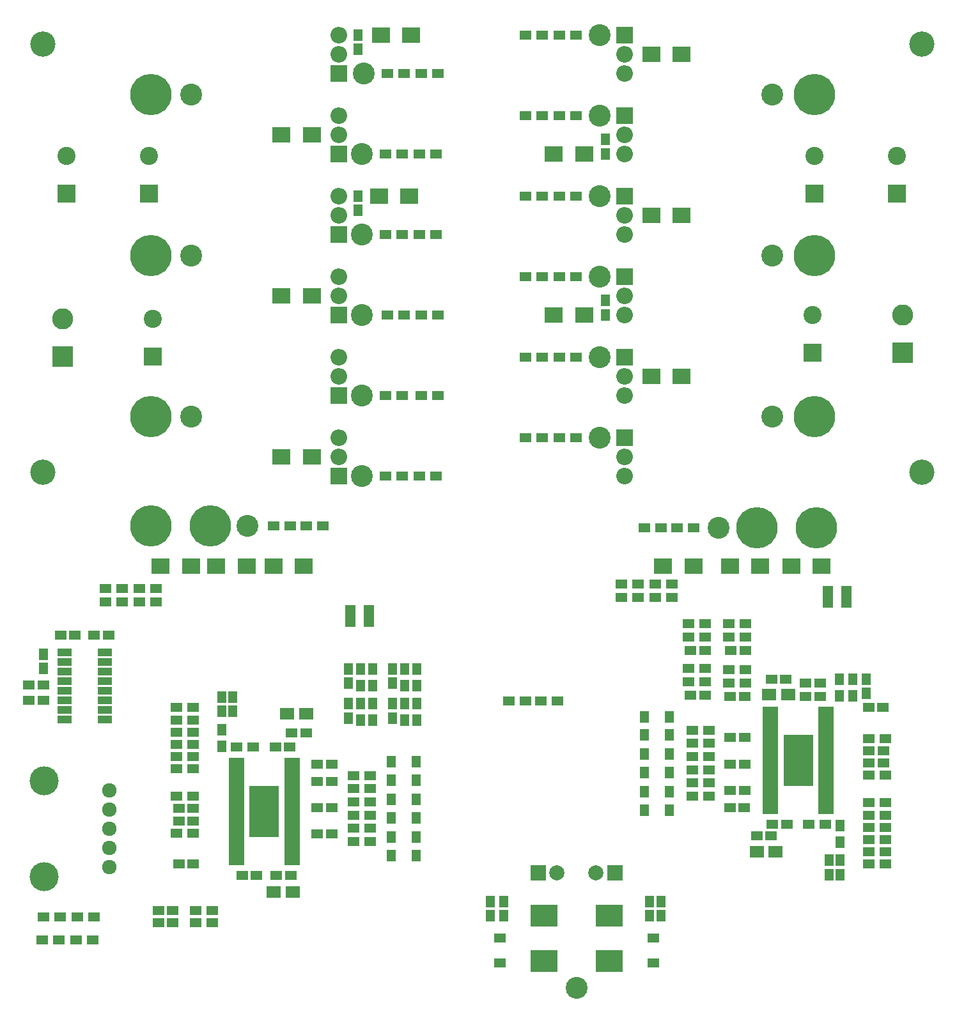
<source format=gbr>
G04 #@! TF.GenerationSoftware,KiCad,Pcbnew,(5.0.0)*
G04 #@! TF.CreationDate,2018-12-17T21:11:44-06:00*
G04 #@! TF.ProjectId,MotorController_Hardware,4D6F746F72436F6E74726F6C6C65725F,rev?*
G04 #@! TF.SameCoordinates,Original*
G04 #@! TF.FileFunction,Soldermask,Top*
G04 #@! TF.FilePolarity,Negative*
%FSLAX46Y46*%
G04 Gerber Fmt 4.6, Leading zero omitted, Abs format (unit mm)*
G04 Created by KiCad (PCBNEW (5.0.0)) date 12/17/18 21:11:44*
%MOMM*%
%LPD*%
G01*
G04 APERTURE LIST*
%ADD10R,1.900000X1.650000*%
%ADD11C,3.346400*%
%ADD12R,1.600000X1.150000*%
%ADD13C,2.800000*%
%ADD14R,2.800000X2.800000*%
%ADD15R,2.400000X2.100000*%
%ADD16R,2.400000X2.000000*%
%ADD17C,2.400000*%
%ADD18R,2.400000X2.400000*%
%ADD19R,1.600000X1.300000*%
%ADD20R,2.076400X0.704800*%
%ADD21R,4.010000X6.750000*%
%ADD22O,2.200000X2.200000*%
%ADD23R,2.200000X2.200000*%
%ADD24R,1.150000X1.600000*%
%ADD25C,1.924000*%
%ADD26C,3.850000*%
%ADD27C,5.480000*%
%ADD28R,1.300000X1.600000*%
%ADD29R,1.400000X1.100000*%
%ADD30R,1.900000X1.000000*%
%ADD31R,3.651200X2.889200*%
%ADD32C,2.000000*%
%ADD33R,2.000000X2.000000*%
%ADD34C,2.899360*%
G04 APERTURE END LIST*
D10*
G04 #@! TO.C,C51*
X153252300Y-47752000D03*
X150752300Y-47752000D03*
G04 #@! TD*
G04 #@! TO.C,C55*
X151598000Y-68580000D03*
X149098000Y-68580000D03*
G04 #@! TD*
G04 #@! TO.C,C2*
X86908000Y-50292000D03*
X89408000Y-50292000D03*
G04 #@! TD*
G04 #@! TO.C,C8*
X85130000Y-73914000D03*
X87630000Y-73914000D03*
G04 #@! TD*
D11*
G04 #@! TO.C,REF\002A\002A*
X54559200Y-18288000D03*
G04 #@! TD*
D12*
G04 #@! TO.C,C76*
X140340000Y-41910000D03*
X142240000Y-41910000D03*
G04 #@! TD*
D13*
G04 #@! TO.C,C45*
X168402000Y2540000D03*
D14*
X168402000Y-2460000D03*
G04 #@! TD*
D15*
G04 #@! TO.C,R14*
X70168000Y-30734000D03*
X74168000Y-30734000D03*
G04 #@! TD*
G04 #@! TO.C,R78*
X157670000Y-30734000D03*
X153670000Y-30734000D03*
G04 #@! TD*
D11*
G04 #@! TO.C,REF\002A\002A*
X54559200Y38404800D03*
G04 #@! TD*
D16*
G04 #@! TO.C,C30*
X86170000Y-16256000D03*
X90170000Y-16256000D03*
G04 #@! TD*
D17*
G04 #@! TO.C,C38*
X68580000Y23622000D03*
D18*
X68580000Y18622000D03*
G04 #@! TD*
G04 #@! TO.C,C37*
X57658000Y18622000D03*
D17*
X57658000Y23622000D03*
G04 #@! TD*
D19*
G04 #@! TO.C,R44*
X163972600Y-53609300D03*
X166172600Y-53609300D03*
G04 #@! TD*
G04 #@! TO.C,R53*
X142797600Y-55984300D03*
X140597600Y-55984300D03*
G04 #@! TD*
G04 #@! TO.C,R79*
X147574000Y-44450000D03*
X145374000Y-44450000D03*
G04 #@! TD*
G04 #@! TO.C,R4*
X72300000Y-51125000D03*
X74500000Y-51125000D03*
G04 #@! TD*
G04 #@! TO.C,R5*
X74500000Y-49500000D03*
X72300000Y-49500000D03*
G04 #@! TD*
G04 #@! TO.C,R19*
X74500000Y-57625000D03*
X72300000Y-57625000D03*
G04 #@! TD*
G04 #@! TO.C,R2*
X72300000Y-54375000D03*
X74500000Y-54375000D03*
G04 #@! TD*
G04 #@! TO.C,R1*
X72300000Y-56000000D03*
X74500000Y-56000000D03*
G04 #@! TD*
G04 #@! TO.C,R3*
X72300000Y-52750000D03*
X74500000Y-52750000D03*
G04 #@! TD*
D20*
G04 #@! TO.C,U1*
X80204700Y-56500014D03*
X80204700Y-57000012D03*
X80204700Y-57500012D03*
X80204700Y-58000010D03*
X80204700Y-58500010D03*
X80204700Y-59000009D03*
X80204700Y-59500008D03*
X80204700Y-60000006D03*
X80204700Y-60500006D03*
X80204700Y-61000004D03*
X80204700Y-61500004D03*
X80204700Y-62000003D03*
X80204700Y-62500002D03*
X80204700Y-63000000D03*
X80204700Y-63500000D03*
X80204700Y-63999998D03*
X80204700Y-64499997D03*
X80204700Y-64999996D03*
X80204700Y-65499996D03*
X80204700Y-65999994D03*
X80204700Y-66499994D03*
X80204700Y-66999992D03*
X80204700Y-67499991D03*
X80204700Y-67999990D03*
X80204700Y-68499990D03*
X80204700Y-68999988D03*
X80204700Y-69499988D03*
X80204700Y-69999986D03*
X87545300Y-69999986D03*
X87545300Y-69499988D03*
X87545300Y-68999988D03*
X87545300Y-68499990D03*
X87545300Y-67999990D03*
X87545300Y-67499991D03*
X87545300Y-66999992D03*
X87545300Y-66499994D03*
X87545300Y-65999994D03*
X87545300Y-65499996D03*
X87545300Y-64999996D03*
X87545300Y-64499997D03*
X87545300Y-63999998D03*
X87545300Y-63500000D03*
X87545300Y-63000000D03*
X87545300Y-62500002D03*
X87545300Y-62000003D03*
X87545300Y-61500004D03*
X87545300Y-61000004D03*
X87545300Y-60500006D03*
X87545300Y-60000006D03*
X87545300Y-59500008D03*
X87545300Y-59000009D03*
X87545300Y-58500010D03*
X87545300Y-58000010D03*
X87545300Y-57500012D03*
X87545300Y-57000012D03*
X87545300Y-56500014D03*
D21*
X83875000Y-63250000D03*
G04 #@! TD*
D22*
G04 #@! TO.C,Q6*
X93726000Y7620000D03*
X93726000Y5080000D03*
D23*
X93726000Y2540000D03*
G04 #@! TD*
G04 #@! TO.C,Q14*
X131572000Y18288000D03*
D22*
X131572000Y15748000D03*
X131572000Y13208000D03*
G04 #@! TD*
D23*
G04 #@! TO.C,Q7*
X93726000Y13208000D03*
D22*
X93726000Y15748000D03*
X93726000Y18288000D03*
G04 #@! TD*
G04 #@! TO.C,Q8*
X93726000Y-13716000D03*
X93726000Y-16256000D03*
D23*
X93726000Y-18796000D03*
G04 #@! TD*
D22*
G04 #@! TO.C,Q12*
X131572000Y34544000D03*
X131572000Y37084000D03*
D23*
X131572000Y39624000D03*
G04 #@! TD*
G04 #@! TO.C,Q9*
X93726000Y-8128000D03*
D22*
X93726000Y-5588000D03*
X93726000Y-3048000D03*
G04 #@! TD*
G04 #@! TO.C,Q5*
X93726000Y39624000D03*
X93726000Y37084000D03*
D23*
X93726000Y34544000D03*
G04 #@! TD*
G04 #@! TO.C,Q4*
X93726000Y23876000D03*
D22*
X93726000Y26416000D03*
X93726000Y28956000D03*
G04 #@! TD*
G04 #@! TO.C,Q13*
X131572000Y23876000D03*
X131572000Y26416000D03*
D23*
X131572000Y28956000D03*
G04 #@! TD*
G04 #@! TO.C,Q15*
X131572000Y7620000D03*
D22*
X131572000Y5080000D03*
X131572000Y2540000D03*
G04 #@! TD*
G04 #@! TO.C,Q16*
X131572000Y-8128000D03*
X131572000Y-5588000D03*
D23*
X131572000Y-3048000D03*
G04 #@! TD*
G04 #@! TO.C,Q17*
X131572000Y-13716000D03*
D22*
X131572000Y-16256000D03*
X131572000Y-18796000D03*
G04 #@! TD*
D17*
G04 #@! TO.C,C36*
X69088000Y2032000D03*
D18*
X69088000Y-2968000D03*
G04 #@! TD*
G04 #@! TO.C,C5*
X156718000Y18622000D03*
D17*
X156718000Y23622000D03*
G04 #@! TD*
D18*
G04 #@! TO.C,C39*
X156464000Y-2460000D03*
D17*
X156464000Y2540000D03*
G04 #@! TD*
G04 #@! TO.C,C7*
X167640000Y23622000D03*
D18*
X167640000Y18622000D03*
G04 #@! TD*
D24*
G04 #@! TO.C,C1*
X113792000Y-77084000D03*
X113792000Y-75184000D03*
G04 #@! TD*
G04 #@! TO.C,C3*
X115570000Y-77084000D03*
X115570000Y-75184000D03*
G04 #@! TD*
D12*
G04 #@! TO.C,C4*
X89408000Y-52832000D03*
X87508000Y-52832000D03*
G04 #@! TD*
D13*
G04 #@! TO.C,C9*
X57150000Y2032000D03*
D14*
X57150000Y-2968000D03*
G04 #@! TD*
D12*
G04 #@! TO.C,C10*
X87375000Y-71750000D03*
X85475000Y-71750000D03*
G04 #@! TD*
G04 #@! TO.C,C12*
X69850000Y-78000000D03*
X71750000Y-78000000D03*
G04 #@! TD*
G04 #@! TO.C,C13*
X90925000Y-57000000D03*
X92825000Y-57000000D03*
G04 #@! TD*
G04 #@! TO.C,C14*
X71750000Y-76375000D03*
X69850000Y-76375000D03*
G04 #@! TD*
G04 #@! TO.C,C17*
X72600000Y-64500000D03*
X74500000Y-64500000D03*
G04 #@! TD*
G04 #@! TO.C,C18*
X90925000Y-59250000D03*
X92825000Y-59250000D03*
G04 #@! TD*
G04 #@! TO.C,C19*
X92825000Y-62750000D03*
X90925000Y-62750000D03*
G04 #@! TD*
G04 #@! TO.C,C20*
X90925000Y-66250000D03*
X92825000Y-66250000D03*
G04 #@! TD*
D24*
G04 #@! TO.C,C21*
X100875000Y-46275000D03*
X100875000Y-44375000D03*
G04 #@! TD*
D12*
G04 #@! TO.C,C22*
X87250000Y-54750000D03*
X85350000Y-54750000D03*
G04 #@! TD*
D24*
G04 #@! TO.C,C23*
X79750000Y-48100000D03*
X79750000Y-50000000D03*
G04 #@! TD*
G04 #@! TO.C,C24*
X78250000Y-48100000D03*
X78250000Y-50000000D03*
G04 #@! TD*
D12*
G04 #@! TO.C,C25*
X74500000Y-62875000D03*
X72600000Y-62875000D03*
G04 #@! TD*
G04 #@! TO.C,C26*
X74500000Y-70250000D03*
X72600000Y-70250000D03*
G04 #@! TD*
G04 #@! TO.C,C27*
X80975000Y-71750000D03*
X82875000Y-71750000D03*
G04 #@! TD*
D24*
G04 #@! TO.C,C28*
X96332000Y39624000D03*
X96332000Y37724000D03*
G04 #@! TD*
G04 #@! TO.C,C29*
X96266000Y18288000D03*
X96266000Y16388000D03*
G04 #@! TD*
G04 #@! TO.C,C33*
X100875000Y-50900000D03*
X100875000Y-49000000D03*
G04 #@! TD*
G04 #@! TO.C,C34*
X95000000Y-44375000D03*
X95000000Y-46275000D03*
G04 #@! TD*
G04 #@! TO.C,C35*
X95000000Y-49000000D03*
X95000000Y-50900000D03*
G04 #@! TD*
D12*
G04 #@! TO.C,C40*
X56896000Y-39878000D03*
X58796000Y-39878000D03*
G04 #@! TD*
G04 #@! TO.C,C41*
X54610000Y-48514000D03*
X52710000Y-48514000D03*
G04 #@! TD*
G04 #@! TO.C,C42*
X63246000Y-39878000D03*
X61346000Y-39878000D03*
G04 #@! TD*
G04 #@! TO.C,C43*
X54610000Y-46482000D03*
X52710000Y-46482000D03*
G04 #@! TD*
D24*
G04 #@! TO.C,C44*
X54610000Y-44318000D03*
X54610000Y-42418000D03*
G04 #@! TD*
D12*
G04 #@! TO.C,C49*
X145608000Y-48006000D03*
X147508000Y-48006000D03*
G04 #@! TD*
D24*
G04 #@! TO.C,C50*
X134874000Y-75184000D03*
X134874000Y-77084000D03*
G04 #@! TD*
G04 #@! TO.C,C52*
X136398000Y-75184000D03*
X136398000Y-77084000D03*
G04 #@! TD*
D12*
G04 #@! TO.C,C53*
X151052300Y-45720000D03*
X152952300Y-45720000D03*
G04 #@! TD*
G04 #@! TO.C,C56*
X149097600Y-66484300D03*
X150997600Y-66484300D03*
G04 #@! TD*
G04 #@! TO.C,C57*
X157500000Y-46250000D03*
X155600000Y-46250000D03*
G04 #@! TD*
G04 #@! TO.C,C58*
X145572600Y-62734300D03*
X147472600Y-62734300D03*
G04 #@! TD*
D24*
G04 #@! TO.C,C59*
X163576000Y-47620000D03*
X163576000Y-45720000D03*
G04 #@! TD*
D12*
G04 #@! TO.C,C60*
X165872600Y-55234300D03*
X163972600Y-55234300D03*
G04 #@! TD*
G04 #@! TO.C,C61*
X147497600Y-60484300D03*
X145597600Y-60484300D03*
G04 #@! TD*
G04 #@! TO.C,C62*
X145597600Y-56984300D03*
X147497600Y-56984300D03*
G04 #@! TD*
G04 #@! TO.C,C63*
X147502300Y-53484286D03*
X145602300Y-53484286D03*
G04 #@! TD*
G04 #@! TO.C,C64*
X151177300Y-64984286D03*
X153077300Y-64984286D03*
G04 #@! TD*
D24*
G04 #@! TO.C,C65*
X158677300Y-71634286D03*
X158677300Y-69734286D03*
G04 #@! TD*
G04 #@! TO.C,C66*
X160177300Y-69734286D03*
X160177300Y-71634286D03*
G04 #@! TD*
D12*
G04 #@! TO.C,C67*
X165872600Y-56859300D03*
X163972600Y-56859300D03*
G04 #@! TD*
G04 #@! TO.C,C68*
X163927300Y-49484286D03*
X165827300Y-49484286D03*
G04 #@! TD*
G04 #@! TO.C,C69*
X155600000Y-48000000D03*
X157500000Y-48000000D03*
G04 #@! TD*
D24*
G04 #@! TO.C,C70*
X129032000Y25776000D03*
X129032000Y23876000D03*
G04 #@! TD*
G04 #@! TO.C,C71*
X129032000Y2540000D03*
X129032000Y4440000D03*
G04 #@! TD*
D12*
G04 #@! TO.C,C75*
X142240000Y-47879000D03*
X140340000Y-47879000D03*
G04 #@! TD*
G04 #@! TO.C,C77*
X147574000Y-41910000D03*
X145674000Y-41910000D03*
G04 #@! TD*
D25*
G04 #@! TO.C,Conn1*
X63373000Y-70612000D03*
X63373000Y-68072000D03*
X63373000Y-65532000D03*
X63373000Y-62992000D03*
X63373000Y-60452000D03*
D26*
X54737000Y-71882000D03*
X54737000Y-59182000D03*
G04 #@! TD*
D27*
G04 #@! TO.C,Conn4*
X68834000Y31750000D03*
G04 #@! TD*
G04 #@! TO.C,Conn5*
X68834000Y10414000D03*
G04 #@! TD*
G04 #@! TO.C,Conn6*
X68834000Y-10922000D03*
G04 #@! TD*
G04 #@! TO.C,Conn9*
X156718000Y31750000D03*
G04 #@! TD*
G04 #@! TO.C,Conn10*
X156718000Y10414000D03*
G04 #@! TD*
G04 #@! TO.C,Conn11*
X156718000Y-10922000D03*
G04 #@! TD*
D19*
G04 #@! TO.C,D1*
X135382000Y-83312000D03*
X135382000Y-80012000D03*
G04 #@! TD*
D28*
G04 #@! TO.C,D7*
X104000000Y-56625000D03*
X100700000Y-56625000D03*
G04 #@! TD*
G04 #@! TO.C,D8*
X104000000Y-59125000D03*
X100700000Y-59125000D03*
G04 #@! TD*
G04 #@! TO.C,D9*
X104000000Y-61625000D03*
X100700000Y-61625000D03*
G04 #@! TD*
G04 #@! TO.C,D10*
X104000000Y-64125000D03*
X100700000Y-64125000D03*
G04 #@! TD*
G04 #@! TO.C,D11*
X104000000Y-66625000D03*
X100700000Y-66625000D03*
G04 #@! TD*
G04 #@! TO.C,D12*
X100700000Y-69125000D03*
X104000000Y-69125000D03*
G04 #@! TD*
D19*
G04 #@! TO.C,D15*
X115062000Y-80012000D03*
X115062000Y-83312000D03*
G04 #@! TD*
D28*
G04 #@! TO.C,D16*
X134222600Y-63109300D03*
X137522600Y-63109300D03*
G04 #@! TD*
G04 #@! TO.C,D17*
X137522600Y-60609300D03*
X134222600Y-60609300D03*
G04 #@! TD*
G04 #@! TO.C,D18*
X134222600Y-58109300D03*
X137522600Y-58109300D03*
G04 #@! TD*
G04 #@! TO.C,D19*
X134222600Y-55609300D03*
X137522600Y-55609300D03*
G04 #@! TD*
G04 #@! TO.C,D20*
X134222600Y-53109300D03*
X137522600Y-53109300D03*
G04 #@! TD*
G04 #@! TO.C,D21*
X137522600Y-50734300D03*
X134222600Y-50734300D03*
G04 #@! TD*
D19*
G04 #@! TO.C,R6*
X72300000Y-61250000D03*
X74500000Y-61250000D03*
G04 #@! TD*
G04 #@! TO.C,R8*
X72300000Y-66125000D03*
X74500000Y-66125000D03*
G04 #@! TD*
G04 #@! TO.C,R11*
X74800000Y-76375000D03*
X77000000Y-76375000D03*
G04 #@! TD*
G04 #@! TO.C,R12*
X77000000Y-78000000D03*
X74800000Y-78000000D03*
G04 #@! TD*
D28*
G04 #@! TO.C,R15*
X104125000Y-46575000D03*
X104125000Y-44375000D03*
G04 #@! TD*
G04 #@! TO.C,R16*
X102500000Y-44375000D03*
X102500000Y-46575000D03*
G04 #@! TD*
D19*
G04 #@! TO.C,R18*
X82450000Y-54750000D03*
X80250000Y-54750000D03*
G04 #@! TD*
D28*
G04 #@! TO.C,R20*
X78250000Y-54625000D03*
X78250000Y-52425000D03*
G04 #@! TD*
D19*
G04 #@! TO.C,R22*
X97950000Y-58500000D03*
X95750000Y-58500000D03*
G04 #@! TD*
G04 #@! TO.C,R23*
X95750000Y-60250000D03*
X97950000Y-60250000D03*
G04 #@! TD*
G04 #@! TO.C,R24*
X97950000Y-62000000D03*
X95750000Y-62000000D03*
G04 #@! TD*
G04 #@! TO.C,R25*
X97950000Y-63750000D03*
X95750000Y-63750000D03*
G04 #@! TD*
G04 #@! TO.C,R26*
X95750000Y-65500000D03*
X97950000Y-65500000D03*
G04 #@! TD*
G04 #@! TO.C,R27*
X97950000Y-67250000D03*
X95750000Y-67250000D03*
G04 #@! TD*
D28*
G04 #@! TO.C,R30*
X104125000Y-51200000D03*
X104125000Y-49000000D03*
G04 #@! TD*
G04 #@! TO.C,R31*
X102500000Y-51200000D03*
X102500000Y-49000000D03*
G04 #@! TD*
G04 #@! TO.C,R32*
X98250000Y-46575000D03*
X98250000Y-44375000D03*
G04 #@! TD*
G04 #@! TO.C,R33*
X96625000Y-44375000D03*
X96625000Y-46575000D03*
G04 #@! TD*
G04 #@! TO.C,R34*
X98250000Y-49000000D03*
X98250000Y-51200000D03*
G04 #@! TD*
G04 #@! TO.C,R35*
X96625000Y-49000000D03*
X96625000Y-51200000D03*
G04 #@! TD*
D19*
G04 #@! TO.C,R38*
X163927300Y-63734286D03*
X166127300Y-63734286D03*
G04 #@! TD*
G04 #@! TO.C,R39*
X166127300Y-65359286D03*
X163927300Y-65359286D03*
G04 #@! TD*
G04 #@! TO.C,R40*
X163927300Y-66984286D03*
X166127300Y-66984286D03*
G04 #@! TD*
G04 #@! TO.C,R41*
X166172600Y-58484300D03*
X163972600Y-58484300D03*
G04 #@! TD*
G04 #@! TO.C,R47*
X155977300Y-64984286D03*
X158177300Y-64984286D03*
G04 #@! TD*
G04 #@! TO.C,R48*
X166127300Y-62109286D03*
X163927300Y-62109286D03*
G04 #@! TD*
D28*
G04 #@! TO.C,R49*
X160177300Y-65109286D03*
X160177300Y-67309286D03*
G04 #@! TD*
D19*
G04 #@! TO.C,R50*
X142797600Y-61234300D03*
X140597600Y-61234300D03*
G04 #@! TD*
G04 #@! TO.C,R51*
X142797600Y-59484300D03*
X140597600Y-59484300D03*
G04 #@! TD*
G04 #@! TO.C,R52*
X140597600Y-57734300D03*
X142797600Y-57734300D03*
G04 #@! TD*
G04 #@! TO.C,R54*
X140597600Y-54234300D03*
X142797600Y-54234300D03*
G04 #@! TD*
G04 #@! TO.C,R55*
X142797600Y-52484300D03*
X140597600Y-52484300D03*
G04 #@! TD*
G04 #@! TO.C,R58*
X142240000Y-44323000D03*
X140040000Y-44323000D03*
G04 #@! TD*
G04 #@! TO.C,R59*
X142240000Y-46101000D03*
X140040000Y-46101000D03*
G04 #@! TD*
G04 #@! TO.C,R60*
X142240000Y-38354000D03*
X140040000Y-38354000D03*
G04 #@! TD*
G04 #@! TO.C,R61*
X142240000Y-40132000D03*
X140040000Y-40132000D03*
G04 #@! TD*
G04 #@! TO.C,R62*
X145374000Y-38354000D03*
X147574000Y-38354000D03*
G04 #@! TD*
G04 #@! TO.C,R63*
X147574000Y-40132000D03*
X145374000Y-40132000D03*
G04 #@! TD*
G04 #@! TO.C,R80*
X147574000Y-46228000D03*
X145374000Y-46228000D03*
G04 #@! TD*
D29*
G04 #@! TO.C,U2*
X95258000Y-37338000D03*
X97758000Y-37338000D03*
X95258000Y-36388000D03*
X95258000Y-38288000D03*
X97758000Y-36388000D03*
X97758000Y-38288000D03*
G04 #@! TD*
D30*
G04 #@! TO.C,U4*
X57404000Y-42164000D03*
X57404000Y-43434000D03*
X57404000Y-44704000D03*
X57404000Y-45974000D03*
X57404000Y-47244000D03*
X57404000Y-48514000D03*
X57404000Y-49784000D03*
X57404000Y-51054000D03*
X62804000Y-51054000D03*
X62804000Y-49784000D03*
X62804000Y-48514000D03*
X62804000Y-47244000D03*
X62804000Y-45974000D03*
X62804000Y-44704000D03*
X62804000Y-43434000D03*
X62804000Y-42164000D03*
G04 #@! TD*
D20*
G04 #@! TO.C,U5*
X158267900Y-63234286D03*
X158267900Y-62734288D03*
X158267900Y-62234288D03*
X158267900Y-61734290D03*
X158267900Y-61234290D03*
X158267900Y-60734291D03*
X158267900Y-60234292D03*
X158267900Y-59734294D03*
X158267900Y-59234294D03*
X158267900Y-58734296D03*
X158267900Y-58234296D03*
X158267900Y-57734297D03*
X158267900Y-57234298D03*
X158267900Y-56734300D03*
X158267900Y-56234300D03*
X158267900Y-55734302D03*
X158267900Y-55234303D03*
X158267900Y-54734304D03*
X158267900Y-54234304D03*
X158267900Y-53734306D03*
X158267900Y-53234306D03*
X158267900Y-52734308D03*
X158267900Y-52234309D03*
X158267900Y-51734310D03*
X158267900Y-51234310D03*
X158267900Y-50734312D03*
X158267900Y-50234312D03*
X158267900Y-49734314D03*
X150927300Y-49734314D03*
X150927300Y-50234312D03*
X150927300Y-50734312D03*
X150927300Y-51234310D03*
X150927300Y-51734310D03*
X150927300Y-52234309D03*
X150927300Y-52734308D03*
X150927300Y-53234306D03*
X150927300Y-53734306D03*
X150927300Y-54234304D03*
X150927300Y-54734304D03*
X150927300Y-55234303D03*
X150927300Y-55734302D03*
X150927300Y-56234300D03*
X150927300Y-56734300D03*
X150927300Y-57234298D03*
X150927300Y-57734297D03*
X150927300Y-58234296D03*
X150927300Y-58734296D03*
X150927300Y-59234294D03*
X150927300Y-59734294D03*
X150927300Y-60234292D03*
X150927300Y-60734291D03*
X150927300Y-61234290D03*
X150927300Y-61734290D03*
X150927300Y-62234288D03*
X150927300Y-62734288D03*
X150927300Y-63234286D03*
D21*
X154597600Y-56484300D03*
G04 #@! TD*
D29*
G04 #@! TO.C,U6*
X158496000Y-34798000D03*
X160996000Y-34798000D03*
X158496000Y-33848000D03*
X158496000Y-35748000D03*
X160996000Y-33848000D03*
X160996000Y-35748000D03*
G04 #@! TD*
D31*
G04 #@! TO.C,L1*
X120904000Y-83058000D03*
X120904000Y-77063600D03*
G04 #@! TD*
G04 #@! TO.C,L2*
X129540000Y-77063600D03*
X129540000Y-83058000D03*
G04 #@! TD*
D27*
G04 #@! TO.C,Conn3*
X68834000Y-25400000D03*
X76708000Y-25400000D03*
G04 #@! TD*
G04 #@! TO.C,Conn8*
X149098000Y-25654000D03*
X156972000Y-25654000D03*
G04 #@! TD*
D16*
G04 #@! TO.C,C31*
X90170000Y26416000D03*
X86170000Y26416000D03*
G04 #@! TD*
G04 #@! TO.C,C32*
X90170000Y5080000D03*
X86170000Y5080000D03*
G04 #@! TD*
G04 #@! TO.C,C72*
X135128000Y15748000D03*
X139128000Y15748000D03*
G04 #@! TD*
G04 #@! TO.C,C73*
X139128000Y37084000D03*
X135128000Y37084000D03*
G04 #@! TD*
G04 #@! TO.C,C74*
X135128000Y-5588000D03*
X139128000Y-5588000D03*
G04 #@! TD*
D15*
G04 #@! TO.C,R28*
X99314000Y39624000D03*
X103314000Y39624000D03*
G04 #@! TD*
G04 #@! TO.C,R29*
X103060000Y18288000D03*
X99060000Y18288000D03*
G04 #@! TD*
G04 #@! TO.C,R56*
X126238000Y23876000D03*
X122238000Y23876000D03*
G04 #@! TD*
G04 #@! TO.C,R57*
X122238000Y2540000D03*
X126238000Y2540000D03*
G04 #@! TD*
D16*
G04 #@! TO.C,C15*
X85090000Y-30734000D03*
X89090000Y-30734000D03*
G04 #@! TD*
G04 #@! TO.C,C16*
X77534000Y-30734000D03*
X81534000Y-30734000D03*
G04 #@! TD*
G04 #@! TO.C,C47*
X136716000Y-30734000D03*
X140716000Y-30734000D03*
G04 #@! TD*
G04 #@! TO.C,C48*
X145542000Y-30734000D03*
X149542000Y-30734000D03*
G04 #@! TD*
D32*
G04 #@! TO.C,C6*
X122642000Y-71374000D03*
D33*
X120142000Y-71374000D03*
G04 #@! TD*
G04 #@! TO.C,C54*
X130302000Y-71374000D03*
D32*
X127802000Y-71374000D03*
G04 #@! TD*
D19*
G04 #@! TO.C,R42*
X163927300Y-68609286D03*
X166127300Y-68609286D03*
G04 #@! TD*
G04 #@! TO.C,R43*
X166127300Y-70234286D03*
X163927300Y-70234286D03*
G04 #@! TD*
D28*
G04 #@! TO.C,R45*
X161798000Y-47920000D03*
X161798000Y-45720000D03*
G04 #@! TD*
G04 #@! TO.C,R46*
X160020000Y-47920000D03*
X160020000Y-45720000D03*
G04 #@! TD*
D19*
G04 #@! TO.C,D2*
X99908000Y23876000D03*
X102108000Y23876000D03*
G04 #@! TD*
G04 #@! TO.C,D3*
X85090000Y-25400000D03*
X87290000Y-25400000D03*
G04 #@! TD*
G04 #@! TO.C,D4*
X122723000Y-48641000D03*
X120523000Y-48641000D03*
G04 #@! TD*
G04 #@! TO.C,D5*
X67338000Y-35478000D03*
X69538000Y-35478000D03*
G04 #@! TD*
G04 #@! TO.C,D6*
X69538000Y-33700000D03*
X67338000Y-33700000D03*
G04 #@! TD*
G04 #@! TO.C,D13*
X135636000Y-33145000D03*
X137836000Y-33145000D03*
G04 #@! TD*
G04 #@! TO.C,D14*
X135636000Y-34923000D03*
X137836000Y-34923000D03*
G04 #@! TD*
G04 #@! TO.C,D22*
X100162000Y34544000D03*
X102362000Y34544000D03*
G04 #@! TD*
G04 #@! TO.C,D23*
X102362000Y2540000D03*
X100162000Y2540000D03*
G04 #@! TD*
G04 #@! TO.C,D24*
X99908000Y13208000D03*
X102108000Y13208000D03*
G04 #@! TD*
G04 #@! TO.C,D25*
X102108000Y-18796000D03*
X99908000Y-18796000D03*
G04 #@! TD*
G04 #@! TO.C,D26*
X99908000Y-8128000D03*
X102108000Y-8128000D03*
G04 #@! TD*
G04 #@! TO.C,D27*
X122936000Y39624000D03*
X125136000Y39624000D03*
G04 #@! TD*
G04 #@! TO.C,D28*
X125136000Y28956000D03*
X122936000Y28956000D03*
G04 #@! TD*
G04 #@! TO.C,D29*
X122936000Y18288000D03*
X125136000Y18288000D03*
G04 #@! TD*
G04 #@! TO.C,D30*
X125136000Y7620000D03*
X122936000Y7620000D03*
G04 #@! TD*
G04 #@! TO.C,D31*
X122936000Y-3048000D03*
X125136000Y-3048000D03*
G04 #@! TD*
G04 #@! TO.C,D32*
X125136000Y-13716000D03*
X122936000Y-13716000D03*
G04 #@! TD*
G04 #@! TO.C,D33*
X59096000Y-77216000D03*
X61296000Y-77216000D03*
G04 #@! TD*
G04 #@! TO.C,D34*
X58928000Y-80264000D03*
X61128000Y-80264000D03*
G04 #@! TD*
G04 #@! TO.C,R7*
X116291000Y-48641000D03*
X118491000Y-48641000D03*
G04 #@! TD*
G04 #@! TO.C,R9*
X65052000Y-35478000D03*
X62852000Y-35478000D03*
G04 #@! TD*
G04 #@! TO.C,R10*
X91608000Y-25400000D03*
X89408000Y-25400000D03*
G04 #@! TD*
G04 #@! TO.C,R13*
X62852000Y-33700000D03*
X65052000Y-33700000D03*
G04 #@! TD*
G04 #@! TO.C,R17*
X133350000Y-33145000D03*
X131150000Y-33145000D03*
G04 #@! TD*
G04 #@! TO.C,R21*
X131150000Y-34923000D03*
X133350000Y-34923000D03*
G04 #@! TD*
G04 #@! TO.C,R36*
X106594000Y23876000D03*
X104394000Y23876000D03*
G04 #@! TD*
G04 #@! TO.C,R37*
X106848000Y34544000D03*
X104648000Y34544000D03*
G04 #@! TD*
G04 #@! TO.C,R64*
X104648000Y2540000D03*
X106848000Y2540000D03*
G04 #@! TD*
G04 #@! TO.C,R65*
X106594000Y13208000D03*
X104394000Y13208000D03*
G04 #@! TD*
G04 #@! TO.C,R66*
X104394000Y-18796000D03*
X106594000Y-18796000D03*
G04 #@! TD*
G04 #@! TO.C,R67*
X104648000Y-8128000D03*
X106848000Y-8128000D03*
G04 #@! TD*
G04 #@! TO.C,R68*
X118450000Y39624000D03*
X120650000Y39624000D03*
G04 #@! TD*
G04 #@! TO.C,R69*
X120650000Y28956000D03*
X118450000Y28956000D03*
G04 #@! TD*
G04 #@! TO.C,R70*
X120650000Y18288000D03*
X118450000Y18288000D03*
G04 #@! TD*
G04 #@! TO.C,R71*
X118450000Y7620000D03*
X120650000Y7620000D03*
G04 #@! TD*
G04 #@! TO.C,R72*
X118450000Y-3048000D03*
X120650000Y-3048000D03*
G04 #@! TD*
G04 #@! TO.C,R73*
X120650000Y-13716000D03*
X118450000Y-13716000D03*
G04 #@! TD*
G04 #@! TO.C,R74*
X56810000Y-77216000D03*
X54610000Y-77216000D03*
G04 #@! TD*
G04 #@! TO.C,R75*
X56642000Y-80264000D03*
X54442000Y-80264000D03*
G04 #@! TD*
G04 #@! TO.C,D37*
X138516000Y-25654000D03*
X140716000Y-25654000D03*
G04 #@! TD*
G04 #@! TO.C,R81*
X134198000Y-25654000D03*
X136398000Y-25654000D03*
G04 #@! TD*
D11*
G04 #@! TO.C,REF\002A\002A*
X170967400Y38404800D03*
G04 #@! TD*
D34*
G04 #@! TO.C,+3V3*
X125222000Y-86614000D03*
G04 #@! TD*
G04 #@! TO.C,GHA_M1*
X96774000Y23876000D03*
G04 #@! TD*
G04 #@! TO.C,GHB_M1*
X96774000Y2540000D03*
G04 #@! TD*
G04 #@! TO.C,GHB_M2*
X128270000Y18288000D03*
G04 #@! TD*
G04 #@! TO.C,GHC_M2*
X128270000Y-3048000D03*
G04 #@! TD*
G04 #@! TO.C,GLA_M1*
X97028000Y34544000D03*
G04 #@! TD*
G04 #@! TO.C,GLA_M2*
X128270000Y28956000D03*
G04 #@! TD*
G04 #@! TO.C,GLB_M1*
X96774000Y13208000D03*
G04 #@! TD*
G04 #@! TO.C,GLB_M2*
X128270000Y7620000D03*
G04 #@! TD*
G04 #@! TO.C,GLC_M1*
X96774000Y-8128000D03*
G04 #@! TD*
G04 #@! TO.C,GLC_M2*
X128270000Y-13716000D03*
G04 #@! TD*
G04 #@! TO.C,PVDD_M1*
X81661000Y-25400000D03*
G04 #@! TD*
G04 #@! TO.C,PVDD_M2*
X144018000Y-25654000D03*
G04 #@! TD*
G04 #@! TO.C,SHA_M1*
X74168000Y31750000D03*
G04 #@! TD*
G04 #@! TO.C,SHA_M2*
X151130000Y31750000D03*
G04 #@! TD*
G04 #@! TO.C,SHB_M1*
X74168000Y10414000D03*
G04 #@! TD*
G04 #@! TO.C,SHB_M2*
X151130000Y10414000D03*
G04 #@! TD*
G04 #@! TO.C,SHC_M1*
X74168000Y-10922000D03*
G04 #@! TD*
G04 #@! TO.C,SHC_M2*
X151130000Y-10922000D03*
G04 #@! TD*
G04 #@! TO.C,GHA_M2*
X128270000Y39624000D03*
G04 #@! TD*
G04 #@! TO.C,GHC_M1*
X96774000Y-18796000D03*
G04 #@! TD*
D11*
G04 #@! TO.C,REF\002A\002A*
X170942000Y-18288000D03*
G04 #@! TD*
M02*

</source>
